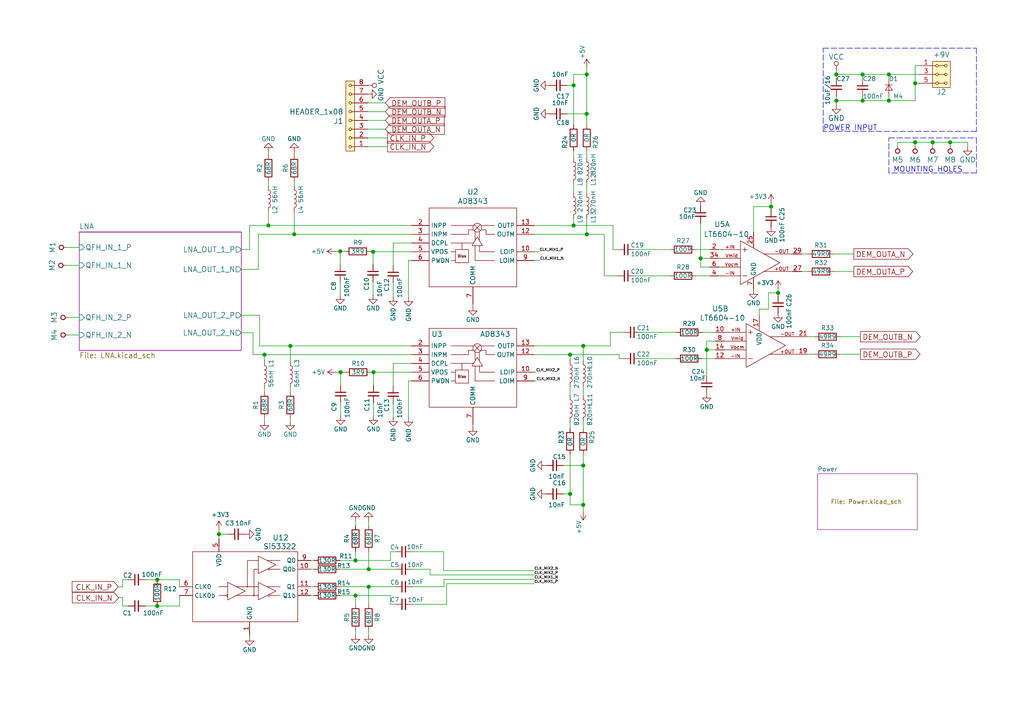
<source format=kicad_sch>
(kicad_sch (version 20210621) (generator eeschema)
  (paper "A4")
  (title_block (title "QFHMIX01D") (date "2021-04-21") (comment 2 "Frontend for QFH active antenna"))
  (junction (at 45.593 168.148) (diameter 1.016))
  (junction (at 45.593 175.768) (diameter 1.016))
  (junction (at 63.5 154.94) (diameter 1.016))
  (junction (at 76.708 102.87) (diameter 1.016))
  (junction (at 77.851 65.405) (diameter 1.016))
  (junction (at 84.201 100.33) (diameter 1.016))
  (junction (at 85.344 67.945) (diameter 1.016))
  (junction (at 98.679 72.898) (diameter 1.016))
  (junction (at 98.806 107.95) (diameter 1.016))
  (junction (at 103.124 162.56) (diameter 1.016))
  (junction (at 103.124 172.72) (diameter 1.016))
  (junction (at 106.934 165.1) (diameter 1.016))
  (junction (at 106.934 170.18) (diameter 1.016))
  (junction (at 108.204 73.025) (diameter 1.016))
  (junction (at 108.331 107.95) (diameter 1.016))
  (junction (at 165.354 102.87) (diameter 1.016))
  (junction (at 165.354 143.256) (diameter 1.016))
  (junction (at 166.37 24.765) (diameter 1.016))
  (junction (at 166.37 65.405) (diameter 1.016))
  (junction (at 169.164 100.33) (diameter 1.016))
  (junction (at 169.164 135.001) (diameter 1.016))
  (junction (at 169.164 146.431) (diameter 1.016))
  (junction (at 170.18 21.59) (diameter 1.016))
  (junction (at 170.18 33.02) (diameter 1.016))
  (junction (at 170.18 67.945) (diameter 1.016))
  (junction (at 203.2 74.93) (diameter 1.016))
  (junction (at 204.978 101.473) (diameter 1.016))
  (junction (at 223.647 59.944) (diameter 1.016))
  (junction (at 225.679 84.963) (diameter 1.016))
  (junction (at 242.57 21.59) (diameter 1.016))
  (junction (at 242.57 29.21) (diameter 1.016))
  (junction (at 250.19 21.59) (diameter 1.016))
  (junction (at 250.19 29.21) (diameter 1.016))
  (junction (at 257.81 21.59) (diameter 1.016))
  (junction (at 257.81 29.21) (diameter 1.016))
  (junction (at 265.43 24.13) (diameter 1.016))
  (junction (at 265.43 41.275) (diameter 1.016))
  (junction (at 270.51 41.275) (diameter 1.016))
  (junction (at 275.59 41.275) (diameter 1.016))
  (wire (pts (xy 18.923 76.962) (xy 22.987 76.962)))
  (wire (pts (xy 19.05 71.755) (xy 22.987 71.755)))
  (wire (pts (xy 19.558 92.075) (xy 22.987 92.075)))
  (wire (pts (xy 19.558 97.155) (xy 22.987 97.155)))
  (wire (pts (xy 34.29 170.18) (xy 35.56 170.18)))
  (wire (pts (xy 34.417 173.355) (xy 35.56 173.355)))
  (wire (pts (xy 35.56 168.148) (xy 35.56 170.18)))
  (wire (pts (xy 35.56 168.148) (xy 37.084 168.148)))
  (wire (pts (xy 35.56 173.355) (xy 35.56 175.768)))
  (wire (pts (xy 35.56 175.768) (xy 37.084 175.768)))
  (wire (pts (xy 42.164 168.148) (xy 45.593 168.148)))
  (wire (pts (xy 42.164 175.768) (xy 45.593 175.768)))
  (wire (pts (xy 45.593 168.148) (xy 52.07 168.148)))
  (wire (pts (xy 45.593 175.768) (xy 52.07 175.768)))
  (wire (pts (xy 52.07 168.148) (xy 52.07 170.18)))
  (wire (pts (xy 52.07 175.768) (xy 52.07 172.72)))
  (wire (pts (xy 63.5 153.67) (xy 63.5 154.94)))
  (wire (pts (xy 63.5 154.94) (xy 63.5 156.21)))
  (wire (pts (xy 66.04 154.94) (xy 63.5 154.94)))
  (wire (pts (xy 72.39 65.405) (xy 72.39 72.39)))
  (wire (pts (xy 72.39 72.39) (xy 69.977 72.39)))
  (wire (pts (xy 72.39 184.15) (xy 72.39 184.658)))
  (wire (pts (xy 73.406 96.52) (xy 69.977 96.52)))
  (wire (pts (xy 73.406 102.87) (xy 73.406 96.52)))
  (wire (pts (xy 74.93 67.945) (xy 74.93 78.105)))
  (wire (pts (xy 74.93 78.105) (xy 69.977 78.105)))
  (wire (pts (xy 75.311 91.44) (xy 69.977 91.44)))
  (wire (pts (xy 75.311 100.33) (xy 75.311 91.44)))
  (wire (pts (xy 76.708 102.87) (xy 73.406 102.87)))
  (wire (pts (xy 76.708 102.87) (xy 76.708 104.775)))
  (wire (pts (xy 76.708 102.87) (xy 119.38 102.87)))
  (wire (pts (xy 76.708 113.665) (xy 76.708 112.395)))
  (wire (pts (xy 76.708 122.174) (xy 76.708 121.285)))
  (wire (pts (xy 77.851 44.069) (xy 77.851 44.958)))
  (wire (pts (xy 77.851 52.578) (xy 77.851 53.848)))
  (wire (pts (xy 77.851 61.468) (xy 77.851 65.405)))
  (wire (pts (xy 77.851 65.405) (xy 72.39 65.405)))
  (wire (pts (xy 84.201 100.33) (xy 75.311 100.33)))
  (wire (pts (xy 84.201 100.33) (xy 84.201 104.775)))
  (wire (pts (xy 84.201 113.665) (xy 84.201 112.395)))
  (wire (pts (xy 84.201 122.174) (xy 84.201 121.285)))
  (wire (pts (xy 85.344 44.069) (xy 85.344 44.958)))
  (wire (pts (xy 85.344 52.578) (xy 85.344 53.848)))
  (wire (pts (xy 85.344 61.468) (xy 85.344 67.945)))
  (wire (pts (xy 85.344 67.945) (xy 74.93 67.945)))
  (wire (pts (xy 90.17 162.56) (xy 91.059 162.56)))
  (wire (pts (xy 90.17 165.1) (xy 91.059 165.1)))
  (wire (pts (xy 90.17 170.18) (xy 91.059 170.18)))
  (wire (pts (xy 90.17 172.72) (xy 91.059 172.72)))
  (wire (pts (xy 97.409 72.898) (xy 98.679 72.898)))
  (wire (pts (xy 97.536 107.95) (xy 98.806 107.95)))
  (wire (pts (xy 98.679 72.898) (xy 98.679 76.708)))
  (wire (pts (xy 98.679 72.898) (xy 99.949 72.898)))
  (wire (pts (xy 98.679 81.788) (xy 98.679 85.598)))
  (wire (pts (xy 98.679 162.56) (xy 103.124 162.56)))
  (wire (pts (xy 98.679 165.1) (xy 106.934 165.1)))
  (wire (pts (xy 98.679 170.18) (xy 106.934 170.18)))
  (wire (pts (xy 98.679 172.72) (xy 103.124 172.72)))
  (wire (pts (xy 98.806 107.95) (xy 98.806 111.76)))
  (wire (pts (xy 98.806 107.95) (xy 100.076 107.95)))
  (wire (pts (xy 98.806 116.84) (xy 98.806 120.65)))
  (wire (pts (xy 103.124 152.4) (xy 103.124 151.13)))
  (wire (pts (xy 103.124 162.56) (xy 103.124 160.02)))
  (wire (pts (xy 103.124 162.56) (xy 113.284 162.56)))
  (wire (pts (xy 103.124 172.72) (xy 103.124 175.26)))
  (wire (pts (xy 103.124 172.72) (xy 113.284 172.72)))
  (wire (pts (xy 103.124 182.88) (xy 103.124 184.15)))
  (wire (pts (xy 106.68 29.845) (xy 111.76 29.845)))
  (wire (pts (xy 106.68 32.385) (xy 111.76 32.385)))
  (wire (pts (xy 106.68 34.925) (xy 111.76 34.925)))
  (wire (pts (xy 106.68 37.465) (xy 111.76 37.465)))
  (wire (pts (xy 106.68 40.005) (xy 112.395 40.005)))
  (wire (pts (xy 106.68 42.545) (xy 112.395 42.545)))
  (wire (pts (xy 106.934 152.4) (xy 106.934 151.13)))
  (wire (pts (xy 106.934 165.1) (xy 106.934 160.02)))
  (wire (pts (xy 106.934 165.1) (xy 114.554 165.1)))
  (wire (pts (xy 106.934 170.18) (xy 106.934 175.26)))
  (wire (pts (xy 106.934 170.18) (xy 114.554 170.18)))
  (wire (pts (xy 106.934 182.88) (xy 106.934 184.15)))
  (wire (pts (xy 107.569 72.898) (xy 108.204 72.898)))
  (wire (pts (xy 107.696 107.95) (xy 108.331 107.95)))
  (wire (pts (xy 108.204 73.025) (xy 108.204 72.898)))
  (wire (pts (xy 108.204 73.025) (xy 108.204 76.708)))
  (wire (pts (xy 108.204 81.788) (xy 108.204 85.598)))
  (wire (pts (xy 108.331 107.95) (xy 108.331 111.76)))
  (wire (pts (xy 108.331 107.95) (xy 119.38 107.95)))
  (wire (pts (xy 108.331 116.84) (xy 108.331 120.65)))
  (wire (pts (xy 113.284 160.02) (xy 114.554 160.02)))
  (wire (pts (xy 113.284 162.56) (xy 113.284 160.02)))
  (wire (pts (xy 113.284 172.72) (xy 113.284 175.26)))
  (wire (pts (xy 113.284 175.26) (xy 114.554 175.26)))
  (wire (pts (xy 114.046 70.485) (xy 114.046 76.962)))
  (wire (pts (xy 114.046 82.042) (xy 114.046 86.106)))
  (wire (pts (xy 114.046 105.41) (xy 114.046 111.887)))
  (wire (pts (xy 114.046 116.967) (xy 114.046 121.031)))
  (wire (pts (xy 118.491 75.565) (xy 119.38 75.565)))
  (wire (pts (xy 118.491 86.233) (xy 118.491 75.565)))
  (wire (pts (xy 118.491 110.49) (xy 119.38 110.49)))
  (wire (pts (xy 118.491 121.158) (xy 118.491 110.49)))
  (wire (pts (xy 119.38 65.405) (xy 77.851 65.405)))
  (wire (pts (xy 119.38 67.945) (xy 85.344 67.945)))
  (wire (pts (xy 119.38 70.485) (xy 114.046 70.485)))
  (wire (pts (xy 119.38 73.025) (xy 108.204 73.025)))
  (wire (pts (xy 119.38 100.33) (xy 84.201 100.33)))
  (wire (pts (xy 119.38 105.41) (xy 114.046 105.41)))
  (wire (pts (xy 119.634 160.02) (xy 128.651 160.02)))
  (wire (pts (xy 119.634 165.1) (xy 124.714 165.1)))
  (wire (pts (xy 119.634 170.18) (xy 128.778 170.18)))
  (wire (pts (xy 119.634 175.26) (xy 129.54 175.26)))
  (wire (pts (xy 124.714 166.751) (xy 124.714 165.1)))
  (wire (pts (xy 124.714 166.751) (xy 154.94 166.751)))
  (wire (pts (xy 128.651 165.481) (xy 128.651 160.02)))
  (wire (pts (xy 128.651 165.481) (xy 154.94 165.481)))
  (wire (pts (xy 128.778 168.021) (xy 154.94 168.021)))
  (wire (pts (xy 128.778 170.18) (xy 128.778 168.021)))
  (wire (pts (xy 129.54 169.291) (xy 154.94 169.291)))
  (wire (pts (xy 129.54 175.26) (xy 129.54 169.291)))
  (wire (pts (xy 137.16 88.265) (xy 137.16 88.9)))
  (wire (pts (xy 137.16 123.19) (xy 137.16 123.825)))
  (wire (pts (xy 154.94 65.405) (xy 166.37 65.405)))
  (wire (pts (xy 154.94 67.945) (xy 170.18 67.945)))
  (wire (pts (xy 154.94 73.025) (xy 156.464 73.025)))
  (wire (pts (xy 154.94 75.565) (xy 156.591 75.565)))
  (wire (pts (xy 154.94 100.33) (xy 169.164 100.33)))
  (wire (pts (xy 154.94 102.87) (xy 165.354 102.87)))
  (wire (pts (xy 154.94 107.95) (xy 155.448 107.95)))
  (wire (pts (xy 154.94 110.49) (xy 155.575 110.49)))
  (wire (pts (xy 163.449 135.001) (xy 169.164 135.001)))
  (wire (pts (xy 163.449 143.256) (xy 165.354 143.256)))
  (wire (pts (xy 164.465 24.765) (xy 166.37 24.765)))
  (wire (pts (xy 164.465 33.02) (xy 170.18 33.02)))
  (wire (pts (xy 165.354 102.87) (xy 165.354 104.521)))
  (wire (pts (xy 165.354 102.87) (xy 179.578 102.87)))
  (wire (pts (xy 165.354 114.681) (xy 165.354 112.141)))
  (wire (pts (xy 165.354 124.206) (xy 165.354 122.301)))
  (wire (pts (xy 165.354 143.256) (xy 165.354 131.826)))
  (wire (pts (xy 165.354 146.431) (xy 165.354 143.256)))
  (wire (pts (xy 165.354 146.431) (xy 169.164 146.431)))
  (wire (pts (xy 166.37 21.59) (xy 166.37 24.765)))
  (wire (pts (xy 166.37 21.59) (xy 170.18 21.59)))
  (wire (pts (xy 166.37 24.765) (xy 166.37 36.195)))
  (wire (pts (xy 166.37 43.815) (xy 166.37 45.72)))
  (wire (pts (xy 166.37 53.34) (xy 166.37 55.88)))
  (wire (pts (xy 166.37 63.5) (xy 166.37 65.405)))
  (wire (pts (xy 166.37 65.405) (xy 177.8 65.405)))
  (wire (pts (xy 169.164 100.33) (xy 169.164 104.521)))
  (wire (pts (xy 169.164 100.33) (xy 177.038 100.33)))
  (wire (pts (xy 169.164 114.681) (xy 169.164 112.141)))
  (wire (pts (xy 169.164 124.206) (xy 169.164 122.301)))
  (wire (pts (xy 169.164 135.001) (xy 169.164 131.826)))
  (wire (pts (xy 169.164 146.431) (xy 169.164 135.001)))
  (wire (pts (xy 169.164 148.336) (xy 169.164 146.431)))
  (wire (pts (xy 170.18 19.685) (xy 170.18 21.59)))
  (wire (pts (xy 170.18 21.59) (xy 170.18 33.02)))
  (wire (pts (xy 170.18 33.02) (xy 170.18 36.195)))
  (wire (pts (xy 170.18 43.815) (xy 170.18 45.72)))
  (wire (pts (xy 170.18 53.34) (xy 170.18 55.88)))
  (wire (pts (xy 170.18 63.5) (xy 170.18 67.945)))
  (wire (pts (xy 170.18 67.945) (xy 175.26 67.945)))
  (wire (pts (xy 175.26 67.945) (xy 175.26 80.01)))
  (wire (pts (xy 175.26 80.01) (xy 179.07 80.01)))
  (wire (pts (xy 177.038 100.33) (xy 177.038 96.393)))
  (wire (pts (xy 177.8 65.405) (xy 177.8 72.39)))
  (wire (pts (xy 177.8 72.39) (xy 179.07 72.39)))
  (wire (pts (xy 179.578 102.87) (xy 179.578 104.013)))
  (wire (pts (xy 180.848 96.393) (xy 177.038 96.393)))
  (wire (pts (xy 180.848 104.013) (xy 179.578 104.013)))
  (wire (pts (xy 184.15 72.39) (xy 194.31 72.39)))
  (wire (pts (xy 184.15 80.01) (xy 194.31 80.01)))
  (wire (pts (xy 185.928 96.393) (xy 196.088 96.393)))
  (wire (pts (xy 196.088 104.013) (xy 185.928 104.013)))
  (wire (pts (xy 201.93 72.39) (xy 205.867 72.39)))
  (wire (pts (xy 201.93 80.01) (xy 205.867 80.01)))
  (wire (pts (xy 203.2 64.77) (xy 203.2 74.93)))
  (wire (pts (xy 203.2 74.93) (xy 205.867 74.93)))
  (wire (pts (xy 203.2 77.47) (xy 203.2 74.93)))
  (wire (pts (xy 203.2 77.47) (xy 205.867 77.47)))
  (wire (pts (xy 203.708 96.393) (xy 207.518 96.393)))
  (wire (pts (xy 203.708 104.013) (xy 207.518 104.013)))
  (wire (pts (xy 204.978 98.933) (xy 204.978 101.473)))
  (wire (pts (xy 204.978 101.473) (xy 207.518 101.473)))
  (wire (pts (xy 204.978 109.093) (xy 204.978 101.473)))
  (wire (pts (xy 207.518 98.933) (xy 204.978 98.933)))
  (wire (pts (xy 218.567 59.944) (xy 223.647 59.944)))
  (wire (pts (xy 218.567 67.31) (xy 218.567 59.944)))
  (wire (pts (xy 218.567 83.82) (xy 218.567 84.074)))
  (wire (pts (xy 220.218 89.662) (xy 222.885 89.662)))
  (wire (pts (xy 220.218 91.313) (xy 220.218 89.662)))
  (wire (pts (xy 222.885 84.963) (xy 225.679 84.963)))
  (wire (pts (xy 222.885 89.662) (xy 222.885 84.963)))
  (wire (pts (xy 223.647 59.944) (xy 223.647 58.928)))
  (wire (pts (xy 223.647 60.833) (xy 223.647 59.944)))
  (wire (pts (xy 225.679 84.963) (xy 225.679 83.947)))
  (wire (pts (xy 225.679 85.852) (xy 225.679 84.963)))
  (wire (pts (xy 232.537 73.66) (xy 234.315 73.66)))
  (wire (pts (xy 232.537 78.74) (xy 234.315 78.74)))
  (wire (pts (xy 234.188 97.663) (xy 236.22 97.663)))
  (wire (pts (xy 234.188 102.743) (xy 236.22 102.743)))
  (wire (pts (xy 241.935 73.66) (xy 247.65 73.66)))
  (wire (pts (xy 241.935 78.74) (xy 247.65 78.74)))
  (wire (pts (xy 242.57 20.32) (xy 242.57 21.59)))
  (wire (pts (xy 242.57 21.59) (xy 242.57 22.86)))
  (wire (pts (xy 242.57 27.94) (xy 242.57 29.21)))
  (wire (pts (xy 242.57 29.21) (xy 242.57 30.48)))
  (wire (pts (xy 243.84 97.663) (xy 249.555 97.663)))
  (wire (pts (xy 243.84 102.743) (xy 249.555 102.743)))
  (wire (pts (xy 250.19 21.59) (xy 242.57 21.59)))
  (wire (pts (xy 250.19 22.86) (xy 250.19 21.59)))
  (wire (pts (xy 250.19 27.94) (xy 250.19 29.21)))
  (wire (pts (xy 250.19 29.21) (xy 242.57 29.21)))
  (wire (pts (xy 257.81 21.59) (xy 250.19 21.59)))
  (wire (pts (xy 257.81 22.86) (xy 257.81 21.59)))
  (wire (pts (xy 257.81 27.94) (xy 257.81 29.21)))
  (wire (pts (xy 257.81 29.21) (xy 250.19 29.21)))
  (wire (pts (xy 260.35 41.275) (xy 260.35 42.545)))
  (wire (pts (xy 265.43 19.05) (xy 265.43 24.13)))
  (wire (pts (xy 265.43 24.13) (xy 265.43 29.21)))
  (wire (pts (xy 265.43 29.21) (xy 257.81 29.21)))
  (wire (pts (xy 265.43 41.275) (xy 260.35 41.275)))
  (wire (pts (xy 265.43 42.545) (xy 265.43 41.275)))
  (wire (pts (xy 266.7 19.05) (xy 265.43 19.05)))
  (wire (pts (xy 266.7 21.59) (xy 257.81 21.59)))
  (wire (pts (xy 266.7 24.13) (xy 265.43 24.13)))
  (wire (pts (xy 270.51 41.275) (xy 265.43 41.275)))
  (wire (pts (xy 270.51 42.545) (xy 270.51 41.275)))
  (wire (pts (xy 275.59 41.275) (xy 270.51 41.275)))
  (wire (pts (xy 275.59 42.545) (xy 275.59 41.275)))
  (wire (pts (xy 280.67 41.275) (xy 275.59 41.275)))
  (wire (pts (xy 280.67 42.545) (xy 280.67 41.275)))
  (polyline (pts (xy 238.76 13.97) (xy 283.21 13.97)) (stroke (width 0) (type dash)))
  (polyline (pts (xy 238.76 38.1) (xy 238.76 13.97)) (stroke (width 0) (type dash)))
  (polyline (pts (xy 257.81 40.005) (xy 283.21 40.005)) (stroke (width 0) (type dash)))
  (polyline (pts (xy 257.81 50.165) (xy 257.81 40.005)) (stroke (width 0) (type dash)))
  (polyline (pts (xy 283.21 13.97) (xy 283.21 38.1)) (stroke (width 0) (type dash)))
  (polyline (pts (xy 283.21 38.1) (xy 238.76 38.1)) (stroke (width 0) (type dash)))
  (polyline (pts (xy 283.21 40.005) (xy 283.21 50.165)) (stroke (width 0) (type dash)))
  (polyline (pts (xy 283.21 50.165) (xy 257.81 50.165)) (stroke (width 0) (type dash)))
  (text "POWER INPUT" (at 238.76 38.1 0) (effects (font (size 1.524 1.524)) (justify left bottom)))
  (text "MOUNTING HOLES" (at 259.08 50.165 0) (effects (font (size 1.524 1.524)) (justify left bottom)))
  (label "CLK_MIX2_N" (at 154.94 165.481 0) (effects (font (size 0.762 0.762))))
  (label "CLK_MIX2_P" (at 154.94 166.751 0) (effects (font (size 0.762 0.762))))
  (label "CLK_MIX1_N" (at 154.94 168.021 0) (effects (font (size 0.762 0.762))))
  (label "CLK_MIX1_P" (at 154.94 169.291 0) (effects (font (size 0.762 0.762))))
  (label "CLK_MIX2_P" (at 155.448 107.95 0) (effects (font (size 0.762 0.762))))
  (label "CLK_MIX2_N" (at 155.575 110.49 0) (effects (font (size 0.762 0.762))))
  (label "CLK_MIX1_P" (at 156.464 73.025 0) (effects (font (size 0.762 0.762))))
  (label "CLK_MIX1_N" (at 156.591 75.565 0) (effects (font (size 0.762 0.762))))
  (global_label "CLK_IN_P" (shape input) (at 34.29 170.18 180) (effects (font (size 1.524 1.524))) (property "Intersheet References" "${INTERSHEET_REFS}" (effects hide)))
  (global_label "CLK_IN_N" (shape input) (at 34.417 173.355 180) (effects (font (size 1.524 1.524))) (property "Intersheet References" "${INTERSHEET_REFS}" (effects hide)))
  (global_label "DEM_OUTB_P" (shape input) (at 111.76 29.845 0) (effects (font (size 1.524 1.524))) (property "Intersheet References" "${INTERSHEET_REFS}" (effects hide)))
  (global_label "DEM_OUTB_N" (shape input) (at 111.76 32.385 0) (effects (font (size 1.524 1.524))) (property "Intersheet References" "${INTERSHEET_REFS}" (effects hide)))
  (global_label "DEM_OUTA_P" (shape input) (at 111.76 34.925 0) (effects (font (size 1.524 1.524))) (property "Intersheet References" "${INTERSHEET_REFS}" (effects hide)))
  (global_label "DEM_OUTA_N" (shape input) (at 111.76 37.465 0) (effects (font (size 1.524 1.524))) (property "Intersheet References" "${INTERSHEET_REFS}" (effects hide)))
  (global_label "CLK_IN_P" (shape output) (at 112.395 40.005 0) (effects (font (size 1.524 1.524))) (property "Intersheet References" "${INTERSHEET_REFS}" (effects hide)))
  (global_label "CLK_IN_N" (shape output) (at 112.395 42.545 0) (effects (font (size 1.524 1.524))) (property "Intersheet References" "${INTERSHEET_REFS}" (effects hide)))
  (global_label "DEM_OUTA_N" (shape output) (at 247.65 73.66 0) (effects (font (size 1.524 1.524))) (property "Intersheet References" "${INTERSHEET_REFS}" (effects hide)))
  (global_label "DEM_OUTA_P" (shape output) (at 247.65 78.74 0) (effects (font (size 1.524 1.524))) (property "Intersheet References" "${INTERSHEET_REFS}" (effects hide)))
  (global_label "DEM_OUTB_N" (shape output) (at 249.555 97.663 0) (effects (font (size 1.524 1.524))) (property "Intersheet References" "${INTERSHEET_REFS}" (effects hide)))
  (global_label "DEM_OUTB_P" (shape output) (at 249.555 102.743 0) (effects (font (size 1.524 1.524))) (property "Intersheet References" "${INTERSHEET_REFS}" (effects hide)))
  (symbol (lib_id "QFHMIX01C-rescue:HOLE-MLAB_MECHANICAL") (at 17.653 76.962 0) (unit 1)
    (property "Reference" "M2" (at 15.113 76.962 90) (effects (font (size 1.524 1.524))))
    (property "Value" "HOLE" (effects hide))
    (property "Footprint" "Mlab_Mechanical:MountingHole_3mm" (effects hide))
  )
  (symbol (lib_id "QFHMIX01C-rescue:HOLE-MLAB_MECHANICAL") (at 17.78 71.755 0) (unit 1)
    (property "Reference" "M1" (at 15.24 71.755 90) (effects (font (size 1.524 1.524))))
    (property "Value" "HOLE" (effects hide))
    (property "Footprint" "Mlab_Mechanical:MountingHole_3mm" (effects hide))
  )
  (symbol (lib_id "QFHMIX01C-rescue:HOLE-MLAB_MECHANICAL") (at 18.288 92.075 0) (unit 1)
    (property "Reference" "M3" (at 15.748 92.075 90) (effects (font (size 1.524 1.524))))
    (property "Value" "HOLE" (effects hide))
    (property "Footprint" "Mlab_Mechanical:MountingHole_3mm" (effects hide))
  )
  (symbol (lib_id "QFHMIX01C-rescue:HOLE-MLAB_MECHANICAL") (at 18.288 97.155 0) (unit 1)
    (property "Reference" "M4" (at 15.748 97.155 90) (effects (font (size 1.524 1.524))))
    (property "Value" "HOLE" (effects hide))
    (property "Footprint" "Mlab_Mechanical:MountingHole_3mm" (effects hide))
  )
  (symbol (lib_id "QFHMIX01C-rescue:HOLE-MLAB_MECHANICAL") (at 260.35 43.815 90) (unit 1)
    (property "Reference" "M5" (at 260.35 46.355 90) (effects (font (size 1.524 1.524))))
    (property "Value" "HOLE" (effects hide))
    (property "Footprint" "Mlab_Mechanical:MountingHole_3mm" (effects hide))
  )
  (symbol (lib_id "QFHMIX01C-rescue:HOLE-MLAB_MECHANICAL") (at 265.43 43.815 90) (unit 1)
    (property "Reference" "M6" (at 265.43 46.355 90) (effects (font (size 1.524 1.524))))
    (property "Value" "HOLE" (effects hide))
    (property "Footprint" "Mlab_Mechanical:MountingHole_3mm" (effects hide))
  )
  (symbol (lib_id "QFHMIX01C-rescue:HOLE-MLAB_MECHANICAL") (at 270.51 43.815 90) (unit 1)
    (property "Reference" "M7" (at 270.51 46.355 90) (effects (font (size 1.524 1.524))))
    (property "Value" "HOLE" (effects hide))
    (property "Footprint" "Mlab_Mechanical:MountingHole_3mm" (effects hide))
  )
  (symbol (lib_id "QFHMIX01C-rescue:HOLE-MLAB_MECHANICAL") (at 275.59 43.815 90) (unit 1)
    (property "Reference" "M8" (at 275.59 46.355 90) (effects (font (size 1.524 1.524))))
    (property "Value" "HOLE" (effects hide))
    (property "Footprint" "Mlab_Mechanical:MountingHole_3mm" (effects hide))
  )
  (symbol (lib_id "QFHMIX01C-rescue:VCC-power-QFHMIX01B-rescue") (at 106.68 24.765 270) (unit 1)
    (property "Reference" "#PWR016" (effects hide))
    (property "Value" "VCC" (at 110.49 22.225 0) (effects (font (size 1.524 1.524))))
  )
  (symbol (lib_id "QFHMIX01C-rescue:VCC-power-QFHMIX01B-rescue") (at 242.57 20.32 0) (unit 1)
    (property "Reference" "#PWR045" (effects hide))
    (property "Value" "VCC" (at 242.57 16.51 0) (effects (font (size 1.524 1.524))))
  )
  (symbol (lib_id "QFHMIX01C-rescue:+3V3-power-QFHMIX01B-rescue") (at 63.5 153.67 0) (unit 1)
    (property "Reference" "#PWR01" (effects hide))
    (property "Value" "+3V3" (at 63.881 149.2758 0))
  )
  (symbol (lib_id "QFHMIX01C-rescue:+5V-power-QFHMIX01B-rescue") (at 97.409 72.898 90) (unit 1)
    (property "Reference" "#PWR012" (effects hide))
    (property "Value" "+5V" (at 94.234 72.898 90) (effects (justify left)))
  )
  (symbol (lib_id "QFHMIX01C-rescue:+5V-power-QFHMIX01B-rescue") (at 97.536 107.95 90) (unit 1)
    (property "Reference" "#PWR013" (effects hide))
    (property "Value" "+5V" (at 94.361 107.95 90) (effects (justify left)))
  )
  (symbol (lib_id "QFHMIX01C-rescue:+5V-power-QFHMIX01B-rescue") (at 169.164 148.336 0) (mirror x) (unit 1)
    (property "Reference" "#PWR036" (effects hide))
    (property "Value" "+5V" (at 167.894 150.876 90) (effects (justify left)))
  )
  (symbol (lib_id "QFHMIX01C-rescue:+5V-power-QFHMIX01B-rescue") (at 170.18 19.685 0) (unit 1)
    (property "Reference" "#PWR037" (effects hide))
    (property "Value" "+5V" (at 168.91 17.145 90) (effects (justify left)))
  )
  (symbol (lib_id "QFHMIX01C-rescue:+3V3-power-QFHMIX01B-rescue") (at 223.647 58.928 0) (unit 1)
    (property "Reference" "#PWR041" (effects hide))
    (property "Value" "+3V3" (at 219.837 57.023 0))
  )
  (symbol (lib_id "QFHMIX01C-rescue:+3V3-power-QFHMIX01B-rescue") (at 225.679 83.947 0) (unit 1)
    (property "Reference" "#PWR043" (effects hide))
    (property "Value" "+3V3" (at 221.869 82.042 0))
  )
  (symbol (lib_id "QFHMIX01C-rescue:GND-power-QFHMIX01B-rescue") (at 71.12 154.94 90) (unit 1)
    (property "Reference" "#PWR03" (effects hide))
    (property "Value" "GND" (at 74.93 154.94 0))
  )
  (symbol (lib_id "QFHMIX01C-rescue:GND-power-QFHMIX01B-rescue") (at 72.39 184.658 0) (unit 1)
    (property "Reference" "#PWR0101" (effects hide))
    (property "Value" "GND" (at 72.39 188.468 0))
  )
  (symbol (lib_id "QFHMIX01C-rescue:GND-power-QFHMIX01B-rescue") (at 76.708 122.174 0) (mirror y) (unit 1)
    (property "Reference" "#PWR04" (effects hide))
    (property "Value" "GND" (at 76.708 125.984 0))
  )
  (symbol (lib_id "QFHMIX01C-rescue:GND-power-QFHMIX01B-rescue") (at 77.851 44.069 180) (unit 1)
    (property "Reference" "#PWR05" (effects hide))
    (property "Value" "GND" (at 77.851 40.259 0))
  )
  (symbol (lib_id "QFHMIX01C-rescue:GND-power-QFHMIX01B-rescue") (at 84.201 122.174 0) (mirror y) (unit 1)
    (property "Reference" "#PWR06" (effects hide))
    (property "Value" "GND" (at 84.201 125.984 0))
  )
  (symbol (lib_id "QFHMIX01C-rescue:GND-power-QFHMIX01B-rescue") (at 85.344 44.069 180) (unit 1)
    (property "Reference" "#PWR09" (effects hide))
    (property "Value" "GND" (at 85.344 40.259 0))
  )
  (symbol (lib_id "QFHMIX01C-rescue:GND-power-QFHMIX01B-rescue") (at 98.679 85.598 0) (unit 1)
    (property "Reference" "#PWR014" (effects hide))
    (property "Value" "GND" (at 98.679 89.408 0))
  )
  (symbol (lib_id "QFHMIX01C-rescue:GND-power-QFHMIX01B-rescue") (at 98.806 120.65 0) (unit 1)
    (property "Reference" "#PWR015" (effects hide))
    (property "Value" "GND" (at 98.806 124.46 0))
  )
  (symbol (lib_id "QFHMIX01C-rescue:GND-power-QFHMIX01B-rescue") (at 103.124 151.13 180) (unit 1)
    (property "Reference" "#PWR07" (effects hide))
    (property "Value" "GND" (at 103.124 147.32 0))
  )
  (symbol (lib_id "QFHMIX01C-rescue:GND-power-QFHMIX01B-rescue") (at 103.124 184.15 0) (unit 1)
    (property "Reference" "#PWR08" (effects hide))
    (property "Value" "GND" (at 103.124 187.96 0))
  )
  (symbol (lib_id "QFHMIX01C-rescue:GND-power-QFHMIX01B-rescue") (at 106.68 27.305 90) (unit 1)
    (property "Reference" "#PWR017" (effects hide))
    (property "Value" "GND" (at 110.49 27.305 0))
  )
  (symbol (lib_id "QFHMIX01C-rescue:GND-power-QFHMIX01B-rescue") (at 106.934 151.13 180) (unit 1)
    (property "Reference" "#PWR010" (effects hide))
    (property "Value" "GND" (at 106.934 147.32 0))
  )
  (symbol (lib_id "QFHMIX01C-rescue:GND-power-QFHMIX01B-rescue") (at 106.934 184.15 0) (unit 1)
    (property "Reference" "#PWR011" (effects hide))
    (property "Value" "GND" (at 106.934 187.96 0))
  )
  (symbol (lib_id "QFHMIX01C-rescue:GND-power-QFHMIX01B-rescue") (at 108.204 85.598 0) (unit 1)
    (property "Reference" "#PWR018" (effects hide))
    (property "Value" "GND" (at 108.204 89.408 0))
  )
  (symbol (lib_id "QFHMIX01C-rescue:GND-power-QFHMIX01B-rescue") (at 108.331 120.65 0) (unit 1)
    (property "Reference" "#PWR019" (effects hide))
    (property "Value" "GND" (at 108.331 124.46 0))
  )
  (symbol (lib_id "QFHMIX01C-rescue:GND-power-QFHMIX01B-rescue") (at 114.046 86.106 0) (unit 1)
    (property "Reference" "#PWR020" (effects hide))
    (property "Value" "GND" (at 114.046 91.186 90))
  )
  (symbol (lib_id "QFHMIX01C-rescue:GND-power-QFHMIX01B-rescue") (at 114.046 121.031 0) (unit 1)
    (property "Reference" "#PWR021" (effects hide))
    (property "Value" "GND" (at 114.046 126.111 90))
  )
  (symbol (lib_id "QFHMIX01C-rescue:GND-power-QFHMIX01B-rescue") (at 118.491 86.233 0) (unit 1)
    (property "Reference" "#PWR022" (effects hide))
    (property "Value" "GND" (at 118.491 91.313 90))
  )
  (symbol (lib_id "QFHMIX01C-rescue:GND-power-QFHMIX01B-rescue") (at 118.491 121.158 0) (unit 1)
    (property "Reference" "#PWR023" (effects hide))
    (property "Value" "GND" (at 118.491 126.238 90))
  )
  (symbol (lib_id "QFHMIX01C-rescue:GND-power-QFHMIX01B-rescue") (at 137.16 88.9 0) (unit 1)
    (property "Reference" "#PWR027" (effects hide))
    (property "Value" "GND" (at 137.16 92.71 0))
  )
  (symbol (lib_id "QFHMIX01C-rescue:GND-power-QFHMIX01B-rescue") (at 137.16 123.825 0) (unit 1)
    (property "Reference" "#PWR028" (effects hide))
    (property "Value" "GND" (at 137.16 127.635 0))
  )
  (symbol (lib_id "QFHMIX01C-rescue:GND-power-QFHMIX01B-rescue") (at 158.369 135.001 270) (mirror x) (unit 1)
    (property "Reference" "#PWR032" (effects hide))
    (property "Value" "GND" (at 154.559 135.001 0))
  )
  (symbol (lib_id "QFHMIX01C-rescue:GND-power-QFHMIX01B-rescue") (at 158.369 143.256 270) (mirror x) (unit 1)
    (property "Reference" "#PWR033" (effects hide))
    (property "Value" "GND" (at 154.559 143.256 0))
  )
  (symbol (lib_id "QFHMIX01C-rescue:GND-power-QFHMIX01B-rescue") (at 159.385 24.765 270) (unit 1)
    (property "Reference" "#PWR034" (effects hide))
    (property "Value" "GND" (at 155.575 24.765 0))
  )
  (symbol (lib_id "QFHMIX01C-rescue:GND-power-QFHMIX01B-rescue") (at 159.385 33.02 270) (unit 1)
    (property "Reference" "#PWR035" (effects hide))
    (property "Value" "GND" (at 155.575 33.02 0))
  )
  (symbol (lib_id "QFHMIX01C-rescue:GND-power-QFHMIX01B-rescue") (at 203.2 59.69 180) (unit 1)
    (property "Reference" "#PWR038" (effects hide))
    (property "Value" "GND" (at 203.2 55.88 0))
  )
  (symbol (lib_id "QFHMIX01C-rescue:GND-power-QFHMIX01B-rescue") (at 204.978 114.173 0) (unit 1)
    (property "Reference" "#PWR039" (effects hide))
    (property "Value" "GND" (at 204.978 117.983 0))
  )
  (symbol (lib_id "QFHMIX01C-rescue:GND-power-QFHMIX01B-rescue") (at 218.567 84.074 0) (unit 1)
    (property "Reference" "#PWR040" (effects hide))
    (property "Value" "GND" (at 218.567 87.884 0))
  )
  (symbol (lib_id "QFHMIX01C-rescue:GND-power-QFHMIX01B-rescue") (at 223.647 65.913 0) (unit 1)
    (property "Reference" "#PWR042" (effects hide))
    (property "Value" "GND" (at 223.647 69.723 0))
  )
  (symbol (lib_id "QFHMIX01C-rescue:GND-power-QFHMIX01B-rescue") (at 225.679 90.932 0) (unit 1)
    (property "Reference" "#PWR044" (effects hide))
    (property "Value" "GND" (at 225.679 94.742 0))
  )
  (symbol (lib_id "QFHMIX01C-rescue:GND-power-QFHMIX01B-rescue") (at 242.57 30.48 0) (unit 1)
    (property "Reference" "#PWR046" (effects hide))
    (property "Value" "GND" (at 242.57 34.29 0) (effects (font (size 1.524 1.524))))
  )
  (symbol (lib_id "QFHMIX01C-rescue:GND-power-QFHMIX01B-rescue") (at 280.67 42.545 0) (unit 1)
    (property "Reference" "#PWR047" (effects hide))
    (property "Value" "GND" (at 280.67 46.355 0) (effects (font (size 1.524 1.524))))
  )
  (symbol (lib_id "Device:L") (at 76.708 108.585 0) (mirror x) (unit 1)
    (property "Reference" "L1" (at 78.613 104.14 90) (effects (justify left)))
    (property "Value" "56nH" (at 78.613 107.315 90) (effects (justify left)))
    (property "Footprint" "Inductor_SMD:L_0805_2012Metric" (effects hide))
    (property "UST_ID" "5c70984812875079b91f8ba4" (effects hide))
  )
  (symbol (lib_id "Device:L") (at 77.851 57.658 0) (unit 1)
    (property "Reference" "L2" (at 79.756 62.103 90) (effects (justify left)))
    (property "Value" "56nH" (at 79.756 58.928 90) (effects (justify left)))
    (property "Footprint" "Inductor_SMD:L_0805_2012Metric" (effects hide))
    (property "UST_ID" "5c70984812875079b91f8ba4" (effects hide))
  )
  (symbol (lib_id "Device:L") (at 84.201 108.585 0) (mirror x) (unit 1)
    (property "Reference" "L3" (at 86.106 104.14 90) (effects (justify left)))
    (property "Value" "56nH" (at 86.106 107.315 90) (effects (justify left)))
    (property "Footprint" "Inductor_SMD:L_0805_2012Metric" (effects hide))
    (property "UST_ID" "5c70984812875079b91f8ba4" (effects hide))
  )
  (symbol (lib_id "Device:L") (at 85.344 57.658 0) (unit 1)
    (property "Reference" "L4" (at 87.249 62.103 90) (effects (justify left)))
    (property "Value" "56nH" (at 87.249 58.928 90) (effects (justify left)))
    (property "Footprint" "Inductor_SMD:L_0805_2012Metric" (effects hide))
    (property "UST_ID" "5c70984812875079b91f8ba4" (effects hide))
  )
  (symbol (lib_id "QFHMIX01C-rescue:L-device-QFHMIX01B-rescue") (at 165.354 108.331 0) (mirror x) (unit 1)
    (property "Reference" "L6" (at 167.259 103.251 90) (effects (justify left)))
    (property "Value" "270nH" (at 167.259 106.426 90) (effects (justify left)))
    (property "Footprint" "Inductor_SMD:L_0805_2012Metric" (effects hide))
    (property "UST_ID" "5cd08d9d128750448e4542fe" (effects hide))
  )
  (symbol (lib_id "Device:L") (at 165.354 118.491 0) (mirror x) (unit 1)
    (property "Reference" "L7" (at 167.259 114.046 90) (effects (justify left)))
    (property "Value" "820nH" (at 167.259 117.221 90) (effects (justify left)))
    (property "Footprint" "Inductor_SMD:L_0805_2012Metric" (effects hide))
    (property "UST_ID" "5cd08f38128750448e45432f" (effects hide))
  )
  (symbol (lib_id "Device:L") (at 166.37 49.53 0) (unit 1)
    (property "Reference" "L8" (at 168.275 53.975 90) (effects (justify left)))
    (property "Value" "820nH" (at 168.275 50.8 90) (effects (justify left)))
    (property "Footprint" "Inductor_SMD:L_0805_2012Metric" (effects hide))
    (property "UST_ID" "5cd08f38128750448e45432f" (effects hide))
  )
  (symbol (lib_id "QFHMIX01C-rescue:L-device-QFHMIX01B-rescue") (at 166.37 59.69 0) (unit 1)
    (property "Reference" "L9" (at 168.275 64.77 90) (effects (justify left)))
    (property "Value" "270nH" (at 168.275 61.595 90) (effects (justify left)))
    (property "Footprint" "Inductor_SMD:L_0805_2012Metric" (effects hide))
    (property "UST_ID" "5cd08d9d128750448e4542fe" (effects hide))
  )
  (symbol (lib_id "QFHMIX01C-rescue:L-device-QFHMIX01B-rescue") (at 169.164 108.331 0) (mirror x) (unit 1)
    (property "Reference" "L10" (at 171.069 103.251 90) (effects (justify left)))
    (property "Value" "270nH" (at 171.069 106.426 90) (effects (justify left)))
    (property "Footprint" "Inductor_SMD:L_0805_2012Metric" (effects hide))
    (property "UST_ID" "5cd08d9d128750448e4542fe" (effects hide))
  )
  (symbol (lib_id "Device:L") (at 169.164 118.491 0) (mirror x) (unit 1)
    (property "Reference" "L11" (at 171.069 114.046 90) (effects (justify left)))
    (property "Value" "820nH" (at 171.069 117.221 90) (effects (justify left)))
    (property "Footprint" "Inductor_SMD:L_0805_2012Metric" (effects hide))
    (property "UST_ID" "5cd08f38128750448e45432f" (effects hide))
  )
  (symbol (lib_id "Device:L") (at 170.18 49.53 0) (unit 1)
    (property "Reference" "L12" (at 172.085 53.975 90) (effects (justify left)))
    (property "Value" "820nH" (at 172.085 50.8 90) (effects (justify left)))
    (property "Footprint" "Inductor_SMD:L_0805_2012Metric" (effects hide))
    (property "UST_ID" "5cd08f38128750448e45432f" (effects hide))
  )
  (symbol (lib_id "QFHMIX01C-rescue:L-device-QFHMIX01B-rescue") (at 170.18 59.69 0) (unit 1)
    (property "Reference" "L13" (at 172.085 64.77 90) (effects (justify left)))
    (property "Value" "270nH" (at 172.085 61.595 90) (effects (justify left)))
    (property "Footprint" "Inductor_SMD:L_0805_2012Metric" (effects hide))
    (property "UST_ID" "5cd08d9d128750448e4542fe" (effects hide))
  )
  (symbol (lib_id "QFHMIX01C-rescue:D_Small-device-QFHMIX01B-rescue") (at 257.81 25.4 90) (mirror x) (unit 1)
    (property "Reference" "D1" (at 257.81 22.86 90) (effects (justify right)))
    (property "Value" "M4" (at 259.08 27.94 90) (effects (justify right)))
    (property "Footprint" "Diode_SMD:D_SMA" (effects hide))
    (property "UST_ID" "5c70984512875079b91f88ac" (effects hide))
  )
  (symbol (lib_id "Device:R") (at 45.593 171.958 0) (unit 1)
    (property "Reference" "R12" (at 47.3711 170.8086 0) (effects (justify left)))
    (property "Value" "100R" (at 45.593 174.371 90) (effects (justify left)))
    (property "Footprint" "Resistor_SMD:R_0603_1608Metric" (effects hide))
    (property "UST_ID" "5c70984512875079b91f8956" (effects hide))
  )
  (symbol (lib_id "QFHMIX01C-rescue:R-device-QFHMIX01B-rescue") (at 76.708 117.475 0) (mirror y) (unit 1)
    (property "Reference" "R1" (at 74.168 117.475 90))
    (property "Value" "68R" (at 76.708 117.475 90))
    (property "Footprint" "Resistor_SMD:R_0603_1608Metric" (effects hide))
    (property "UST_ID" "60d3338b128750016518cad5" (effects hide))
  )
  (symbol (lib_id "QFHMIX01C-rescue:R-device-QFHMIX01B-rescue") (at 77.851 48.768 180) (unit 1)
    (property "Reference" "R2" (at 75.311 48.768 90))
    (property "Value" "68R" (at 77.851 48.768 90))
    (property "Footprint" "Resistor_SMD:R_0603_1608Metric" (effects hide))
    (property "UST_ID" "60d3338b128750016518cad5" (effects hide))
  )
  (symbol (lib_id "QFHMIX01C-rescue:R-device-QFHMIX01B-rescue") (at 84.201 117.475 0) (mirror y) (unit 1)
    (property "Reference" "R3" (at 81.661 117.475 90))
    (property "Value" "68R" (at 84.201 117.475 90))
    (property "Footprint" "Resistor_SMD:R_0603_1608Metric" (effects hide))
    (property "UST_ID" "60d3338b128750016518cad5" (effects hide))
  )
  (symbol (lib_id "QFHMIX01C-rescue:R-device-QFHMIX01B-rescue") (at 85.344 48.768 180) (unit 1)
    (property "Reference" "R6" (at 82.804 48.768 90))
    (property "Value" "68R" (at 85.344 48.768 90))
    (property "Footprint" "Resistor_SMD:R_0603_1608Metric" (effects hide))
    (property "UST_ID" "60d3338b128750016518cad5" (effects hide))
  )
  (symbol (lib_id "QFHMIX01C-rescue:R-device-QFHMIX01B-rescue") (at 94.869 162.56 270) (unit 1)
    (property "Reference" "R11" (at 100.33 161.29 90))
    (property "Value" "130R" (at 94.869 162.56 90))
    (property "Footprint" "Resistor_SMD:R_0603_1608Metric" (effects hide))
    (property "UST_ID" "5cd08b17128750448e4542b1" (effects hide))
  )
  (symbol (lib_id "QFHMIX01C-rescue:R-device-QFHMIX01B-rescue") (at 94.869 165.1 270) (unit 1)
    (property "Reference" "R13" (at 99.695 164.084 90))
    (property "Value" "130R" (at 94.869 165.1 90))
    (property "Footprint" "Resistor_SMD:R_0603_1608Metric" (effects hide))
    (property "UST_ID" "5cd08b17128750448e4542b1" (effects hide))
  )
  (symbol (lib_id "QFHMIX01C-rescue:R-device-QFHMIX01B-rescue") (at 94.869 170.18 270) (unit 1)
    (property "Reference" "R14" (at 99.695 169.164 90))
    (property "Value" "130R" (at 94.869 170.18 90))
    (property "Footprint" "Resistor_SMD:R_0603_1608Metric" (effects hide))
    (property "UST_ID" "5cd08b17128750448e4542b1" (effects hide))
  )
  (symbol (lib_id "QFHMIX01C-rescue:R-device-QFHMIX01B-rescue") (at 94.869 172.72 270) (unit 1)
    (property "Reference" "R15" (at 99.695 171.704 90))
    (property "Value" "130R" (at 94.869 172.72 90))
    (property "Footprint" "Resistor_SMD:R_0603_1608Metric" (effects hide))
    (property "UST_ID" "5cd08b17128750448e4542b1" (effects hide))
  )
  (symbol (lib_id "QFHMIX01C-rescue:R-device-QFHMIX01B-rescue") (at 103.124 156.21 0) (unit 1)
    (property "Reference" "R4" (at 100.584 156.21 90))
    (property "Value" "68R" (at 103.124 156.21 90))
    (property "Footprint" "Resistor_SMD:R_0603_1608Metric" (effects hide))
    (property "UST_ID" "60d3338b128750016518cad5" (effects hide))
  )
  (symbol (lib_id "QFHMIX01C-rescue:R-device-QFHMIX01B-rescue") (at 103.124 179.07 0) (unit 1)
    (property "Reference" "R5" (at 100.584 179.07 90))
    (property "Value" "68R" (at 103.124 179.07 90))
    (property "Footprint" "Resistor_SMD:R_0603_1608Metric" (effects hide))
    (property "UST_ID" "60d3338b128750016518cad5" (effects hide))
  )
  (symbol (lib_id "QFHMIX01C-rescue:R-device-QFHMIX01B-rescue") (at 103.759 72.898 90) (unit 1)
    (property "Reference" "R9" (at 103.759 70.358 90))
    (property "Value" "3R9" (at 103.759 72.898 90))
    (property "Footprint" "Resistor_SMD:R_0603_1608Metric" (effects hide))
    (property "UST_ID" "60d334b6128750016518cae8" (effects hide))
  )
  (symbol (lib_id "QFHMIX01C-rescue:R-device-QFHMIX01B-rescue") (at 103.886 107.95 90) (unit 1)
    (property "Reference" "R10" (at 103.886 105.41 90))
    (property "Value" "3R9" (at 103.886 107.95 90))
    (property "Footprint" "Resistor_SMD:R_0603_1608Metric" (effects hide))
    (property "UST_ID" "60d334b6128750016518cae8" (effects hide))
  )
  (symbol (lib_id "QFHMIX01C-rescue:R-device-QFHMIX01B-rescue") (at 106.934 156.21 0) (unit 1)
    (property "Reference" "R7" (at 109.474 156.21 90))
    (property "Value" "68R" (at 106.934 156.21 90))
    (property "Footprint" "Resistor_SMD:R_0603_1608Metric" (effects hide))
    (property "UST_ID" "60d3338b128750016518cad5" (effects hide))
  )
  (symbol (lib_id "QFHMIX01C-rescue:R-device-QFHMIX01B-rescue") (at 106.934 179.07 0) (unit 1)
    (property "Reference" "R8" (at 109.474 179.07 90))
    (property "Value" "68R" (at 106.934 179.07 90))
    (property "Footprint" "Resistor_SMD:R_0603_1608Metric" (effects hide))
    (property "UST_ID" "60d3338b128750016518cad5" (effects hide))
  )
  (symbol (lib_id "Device:R") (at 165.354 128.016 0) (mirror x) (unit 1)
    (property "Reference" "R23" (at 162.814 124.841 90) (effects (justify left)))
    (property "Value" "0R" (at 165.354 126.746 90) (effects (justify left)))
    (property "Footprint" "Resistor_SMD:R_0603_1608Metric" (effects hide))
    (property "UST_ID" "5c70984512875079b91f894e" (effects hide))
  )
  (symbol (lib_id "Device:R") (at 166.37 40.005 0) (unit 1)
    (property "Reference" "R24" (at 163.83 43.18 90) (effects (justify left)))
    (property "Value" "0R" (at 166.37 41.275 90) (effects (justify left)))
    (property "Footprint" "Resistor_SMD:R_0603_1608Metric" (effects hide))
    (property "UST_ID" "5c70984512875079b91f894e" (effects hide))
  )
  (symbol (lib_id "Device:R") (at 169.164 128.016 0) (mirror x) (unit 1)
    (property "Reference" "R25" (at 171.704 124.841 90) (effects (justify left)))
    (property "Value" "0R" (at 169.164 126.746 90) (effects (justify left)))
    (property "Footprint" "Resistor_SMD:R_0603_1608Metric" (effects hide))
    (property "UST_ID" "5c70984512875079b91f894e" (effects hide))
  )
  (symbol (lib_id "Device:R") (at 170.18 40.005 0) (unit 1)
    (property "Reference" "R26" (at 172.72 43.18 90) (effects (justify left)))
    (property "Value" "0R" (at 170.18 41.275 90) (effects (justify left)))
    (property "Footprint" "Resistor_SMD:R_0603_1608Metric" (effects hide))
    (property "UST_ID" "5c70984512875079b91f894e" (effects hide))
  )
  (symbol (lib_id "QFHMIX01C-rescue:R-device-QFHMIX01B-rescue") (at 198.12 72.39 270) (unit 1)
    (property "Reference" "R27" (at 198.12 69.85 90))
    (property "Value" "100R" (at 198.12 72.39 90))
    (property "Footprint" "Resistor_SMD:R_0603_1608Metric" (effects hide))
    (property "UST_ID" "5c70984512875079b91f8956" (effects hide))
  )
  (symbol (lib_id "QFHMIX01C-rescue:R-device-QFHMIX01B-rescue") (at 198.12 80.01 270) (unit 1)
    (property "Reference" "R28" (at 198.12 77.47 90))
    (property "Value" "100R" (at 198.12 80.01 90))
    (property "Footprint" "Resistor_SMD:R_0603_1608Metric" (effects hide))
    (property "UST_ID" "5c70984512875079b91f8956" (effects hide))
  )
  (symbol (lib_id "QFHMIX01C-rescue:R-device-QFHMIX01B-rescue") (at 199.898 96.393 270) (unit 1)
    (property "Reference" "R29" (at 199.898 93.853 90))
    (property "Value" "100R" (at 199.898 96.393 90))
    (property "Footprint" "Resistor_SMD:R_0603_1608Metric" (effects hide))
    (property "UST_ID" "5c70984512875079b91f8956" (effects hide))
  )
  (symbol (lib_id "QFHMIX01C-rescue:R-device-QFHMIX01B-rescue") (at 199.898 104.013 270) (unit 1)
    (property "Reference" "R30" (at 199.898 101.473 90))
    (property "Value" "100R" (at 199.898 104.013 90))
    (property "Footprint" "Resistor_SMD:R_0603_1608Metric" (effects hide))
    (property "UST_ID" "5c70984512875079b91f8956" (effects hide))
  )
  (symbol (lib_id "QFHMIX01C-rescue:R-device-QFHMIX01B-rescue") (at 238.125 73.66 270) (unit 1)
    (property "Reference" "R31" (at 238.125 71.12 90))
    (property "Value" "49R9" (at 238.125 73.66 90))
    (property "Footprint" "Resistor_SMD:R_0603_1608Metric" (effects hide))
    (property "UST_ID" "5cd0970e128750448e454388" (effects hide))
  )
  (symbol (lib_id "QFHMIX01C-rescue:R-device-QFHMIX01B-rescue") (at 238.125 78.74 270) (unit 1)
    (property "Reference" "R32" (at 238.125 76.2 90))
    (property "Value" "49R9" (at 238.125 78.74 90))
    (property "Footprint" "Resistor_SMD:R_0603_1608Metric" (effects hide))
    (property "UST_ID" "5cd0970e128750448e454388" (effects hide))
  )
  (symbol (lib_id "QFHMIX01C-rescue:R-device-QFHMIX01B-rescue") (at 240.03 97.663 270) (unit 1)
    (property "Reference" "R33" (at 240.03 95.123 90))
    (property "Value" "49R9" (at 240.03 97.663 90))
    (property "Footprint" "Resistor_SMD:R_0603_1608Metric" (effects hide))
    (property "UST_ID" "5cd0970e128750448e454388" (effects hide))
  )
  (symbol (lib_id "QFHMIX01C-rescue:R-device-QFHMIX01B-rescue") (at 240.03 102.743 270) (unit 1)
    (property "Reference" "R34" (at 240.03 100.203 90))
    (property "Value" "49R9" (at 240.03 102.743 90))
    (property "Footprint" "Resistor_SMD:R_0603_1608Metric" (effects hide))
    (property "UST_ID" "5cd0970e128750448e454388" (effects hide))
  )
  (symbol (lib_id "QFHMIX01C-rescue:C_Small-device-QFHMIX01B-rescue") (at 39.624 168.148 90) (unit 1)
    (property "Reference" "C2" (at 38.354 166.878 90) (effects (justify left)))
    (property "Value" "100nF" (at 47.117 166.624 90) (effects (justify left)))
    (property "Footprint" "Capacitor_SMD:C_0603_1608Metric" (effects hide))
    (property "UST_ID" "5c70984812875079b91f8bf2" (effects hide))
  )
  (symbol (lib_id "QFHMIX01C-rescue:C_Small-device-QFHMIX01B-rescue") (at 39.624 175.768 90) (unit 1)
    (property "Reference" "C1" (at 38.227 177.8 90) (effects (justify left)))
    (property "Value" "100nF" (at 47.498 177.8 90) (effects (justify left)))
    (property "Footprint" "Capacitor_SMD:C_0603_1608Metric" (effects hide))
    (property "UST_ID" "5c70984812875079b91f8bf2" (effects hide))
  )
  (symbol (lib_id "QFHMIX01C-rescue:C_Small-device-QFHMIX01B-rescue") (at 68.58 154.94 90) (unit 1)
    (property "Reference" "C3" (at 67.945 151.765 90) (effects (justify left)))
    (property "Value" "10nF" (at 73.025 151.765 90) (effects (justify left)))
    (property "Footprint" "Capacitor_SMD:C_0603_1608Metric" (effects hide))
    (property "UST_ID" "5c70984812875079b91f8bef" (effects hide))
  )
  (symbol (lib_id "QFHMIX01C-rescue:C_Small-device-QFHMIX01B-rescue") (at 98.679 79.248 0) (unit 1)
    (property "Reference" "C8" (at 96.774 84.328 90) (effects (justify left)))
    (property "Value" "100nF" (at 100.584 86.233 90) (effects (justify left)))
    (property "Footprint" "Capacitor_SMD:C_0603_1608Metric" (effects hide))
    (property "UST_ID" "5c70984812875079b91f8bf2" (effects hide))
  )
  (symbol (lib_id "QFHMIX01C-rescue:C_Small-device-QFHMIX01B-rescue") (at 98.806 114.3 0) (unit 1)
    (property "Reference" "C9" (at 96.901 119.38 90) (effects (justify left)))
    (property "Value" "100nF" (at 100.711 121.285 90) (effects (justify left)))
    (property "Footprint" "Capacitor_SMD:C_0603_1608Metric" (effects hide))
    (property "UST_ID" "5c70984812875079b91f8bf2" (effects hide))
  )
  (symbol (lib_id "QFHMIX01C-rescue:C_Small-device-QFHMIX01B-rescue") (at 108.204 79.248 0) (unit 1)
    (property "Reference" "C10" (at 106.299 84.328 90) (effects (justify left)))
    (property "Value" "10nF" (at 110.109 86.233 90) (effects (justify left)))
    (property "Footprint" "Capacitor_SMD:C_0603_1608Metric" (effects hide))
    (property "UST_ID" "5c70984812875079b91f8bef" (effects hide))
  )
  (symbol (lib_id "QFHMIX01C-rescue:C_Small-device-QFHMIX01B-rescue") (at 108.331 114.3 0) (unit 1)
    (property "Reference" "C11" (at 106.426 119.38 90) (effects (justify left)))
    (property "Value" "10nF" (at 110.236 121.285 90) (effects (justify left)))
    (property "Footprint" "Capacitor_SMD:C_0603_1608Metric" (effects hide))
    (property "UST_ID" "5c70984812875079b91f8bef" (effects hide))
  )
  (symbol (lib_id "QFHMIX01C-rescue:C_Small-device-QFHMIX01B-rescue") (at 114.046 79.502 0) (unit 1)
    (property "Reference" "C12" (at 112.141 84.582 90) (effects (justify left)))
    (property "Value" "100nF" (at 115.951 86.487 90) (effects (justify left)))
    (property "Footprint" "Capacitor_SMD:C_0603_1608Metric" (effects hide))
    (property "UST_ID" "5c70984812875079b91f8bf2" (effects hide))
  )
  (symbol (lib_id "QFHMIX01C-rescue:C_Small-device-QFHMIX01B-rescue") (at 114.046 114.427 0) (unit 1)
    (property "Reference" "C13" (at 112.141 119.507 90) (effects (justify left)))
    (property "Value" "100nF" (at 115.951 121.412 90) (effects (justify left)))
    (property "Footprint" "Capacitor_SMD:C_0603_1608Metric" (effects hide))
    (property "UST_ID" "5c70984812875079b91f8bf2" (effects hide))
  )
  (symbol (lib_id "QFHMIX01C-rescue:C_Small-device-QFHMIX01B-rescue") (at 117.094 160.02 90) (unit 1)
    (property "Reference" "C4" (at 115.824 158.75 90) (effects (justify left)))
    (property "Value" "10nF" (at 122.809 158.623 90) (effects (justify left)))
    (property "Footprint" "Capacitor_SMD:C_0603_1608Metric" (effects hide))
    (property "UST_ID" "5c70984812875079b91f8bef" (effects hide))
  )
  (symbol (lib_id "QFHMIX01C-rescue:C_Small-device-QFHMIX01B-rescue") (at 117.094 165.1 90) (unit 1)
    (property "Reference" "C5" (at 115.824 163.83 90) (effects (justify left)))
    (property "Value" "10nF" (at 122.936 163.83 90) (effects (justify left)))
    (property "Footprint" "Capacitor_SMD:C_0603_1608Metric" (effects hide))
    (property "UST_ID" "5c70984812875079b91f8bef" (effects hide))
  )
  (symbol (lib_id "QFHMIX01C-rescue:C_Small-device-QFHMIX01B-rescue") (at 117.094 170.18 90) (unit 1)
    (property "Reference" "C6" (at 115.824 168.91 90) (effects (justify left)))
    (property "Value" "10nF" (at 122.936 168.783 90) (effects (justify left)))
    (property "Footprint" "Capacitor_SMD:C_0603_1608Metric" (effects hide))
    (property "UST_ID" "5c70984812875079b91f8bef" (effects hide))
  )
  (symbol (lib_id "QFHMIX01C-rescue:C_Small-device-QFHMIX01B-rescue") (at 117.094 175.26 90) (unit 1)
    (property "Reference" "C7" (at 115.824 173.99 90) (effects (justify left)))
    (property "Value" "10nF" (at 123.063 173.99 90) (effects (justify left)))
    (property "Footprint" "Capacitor_SMD:C_0603_1608Metric" (effects hide))
    (property "UST_ID" "5c70984812875079b91f8bef" (effects hide))
  )
  (symbol (lib_id "QFHMIX01C-rescue:C_Small-device-QFHMIX01B-rescue") (at 160.909 135.001 270) (mirror x) (unit 1)
    (property "Reference" "C15" (at 160.274 132.461 90) (effects (justify left)))
    (property "Value" "10nF" (at 159.004 138.176 90) (effects (justify left)))
    (property "Footprint" "Capacitor_SMD:C_0603_1608Metric" (effects hide))
    (property "UST_ID" "5c70984812875079b91f8bef" (effects hide))
  )
  (symbol (lib_id "QFHMIX01C-rescue:C_Small-device-QFHMIX01B-rescue") (at 160.909 143.256 270) (mirror x) (unit 1)
    (property "Reference" "C16" (at 160.274 140.081 90) (effects (justify left)))
    (property "Value" "10nF" (at 159.004 146.431 90) (effects (justify left)))
    (property "Footprint" "Capacitor_SMD:C_0603_1608Metric" (effects hide))
    (property "UST_ID" "5c70984812875079b91f8bef" (effects hide))
  )
  (symbol (lib_id "QFHMIX01C-rescue:C_Small-device-QFHMIX01B-rescue") (at 161.925 24.765 270) (unit 1)
    (property "Reference" "C17" (at 161.29 27.94 90) (effects (justify left)))
    (property "Value" "10nF" (at 160.02 21.59 90) (effects (justify left)))
    (property "Footprint" "Capacitor_SMD:C_0603_1608Metric" (effects hide))
    (property "UST_ID" "5c70984812875079b91f8bef" (effects hide))
  )
  (symbol (lib_id "QFHMIX01C-rescue:C_Small-device-QFHMIX01B-rescue") (at 161.925 33.02 270) (unit 1)
    (property "Reference" "C18" (at 161.29 35.56 90) (effects (justify left)))
    (property "Value" "10nF" (at 160.02 29.845 90) (effects (justify left)))
    (property "Footprint" "Capacitor_SMD:C_0603_1608Metric" (effects hide))
    (property "UST_ID" "5c70984812875079b91f8bef" (effects hide))
  )
  (symbol (lib_id "QFHMIX01C-rescue:C_Small-device-QFHMIX01B-rescue") (at 181.61 72.39 270) (unit 1)
    (property "Reference" "C19" (at 182.88 71.12 90) (effects (justify left)))
    (property "Value" "100nF" (at 182.88 73.66 90) (effects (justify left)))
    (property "Footprint" "Capacitor_SMD:C_0603_1608Metric" (effects hide))
    (property "UST_ID" "5c70984812875079b91f8bf2" (effects hide))
  )
  (symbol (lib_id "QFHMIX01C-rescue:C_Small-device-QFHMIX01B-rescue") (at 181.61 80.01 270) (unit 1)
    (property "Reference" "C20" (at 182.88 78.74 90) (effects (justify left)))
    (property "Value" "100nF" (at 182.88 81.28 90) (effects (justify left)))
    (property "Footprint" "Capacitor_SMD:C_0603_1608Metric" (effects hide))
    (property "UST_ID" "5c70984812875079b91f8bf2" (effects hide))
  )
  (symbol (lib_id "QFHMIX01C-rescue:C_Small-device-QFHMIX01B-rescue") (at 183.388 96.393 270) (unit 1)
    (property "Reference" "C21" (at 184.658 95.123 90) (effects (justify left)))
    (property "Value" "100nF" (at 184.658 97.663 90) (effects (justify left)))
    (property "Footprint" "Capacitor_SMD:C_0603_1608Metric" (effects hide))
    (property "UST_ID" "5c70984812875079b91f8bf2" (effects hide))
  )
  (symbol (lib_id "QFHMIX01C-rescue:C_Small-device-QFHMIX01B-rescue") (at 183.388 104.013 270) (unit 1)
    (property "Reference" "C22" (at 184.658 102.743 90) (effects (justify left)))
    (property "Value" "100nF" (at 184.658 105.283 90) (effects (justify left)))
    (property "Footprint" "Capacitor_SMD:C_0603_1608Metric" (effects hide))
    (property "UST_ID" "5c70984812875079b91f8bf2" (effects hide))
  )
  (symbol (lib_id "QFHMIX01C-rescue:C_Small-device-QFHMIX01B-rescue") (at 203.2 62.23 0) (unit 1)
    (property "Reference" "C23" (at 198.12 60.96 0) (effects (justify left)))
    (property "Value" "10nF" (at 196.85 62.865 0) (effects (justify left)))
    (property "Footprint" "Capacitor_SMD:C_0603_1608Metric" (effects hide))
    (property "UST_ID" "5c70984812875079b91f8bef" (effects hide))
  )
  (symbol (lib_id "QFHMIX01C-rescue:C_Small-device-QFHMIX01B-rescue") (at 204.978 111.633 0) (unit 1)
    (property "Reference" "C24" (at 200.533 107.823 0) (effects (justify left)))
    (property "Value" "10nF" (at 199.898 109.728 0) (effects (justify left)))
    (property "Footprint" "Capacitor_SMD:C_0603_1608Metric" (effects hide))
    (property "UST_ID" "5c70984812875079b91f8bef" (effects hide))
  )
  (symbol (lib_id "QFHMIX01C-rescue:C_Small-device-QFHMIX01B-rescue") (at 223.647 63.373 0) (unit 1)
    (property "Reference" "C25" (at 226.822 64.008 90) (effects (justify left)))
    (property "Value" "100nF" (at 226.822 70.358 90) (effects (justify left)))
    (property "Footprint" "Capacitor_SMD:C_0603_1608Metric" (effects hide))
    (property "UST_ID" "5c70984812875079b91f8bf2" (effects hide))
  )
  (symbol (lib_id "QFHMIX01C-rescue:C_Small-device-QFHMIX01B-rescue") (at 225.679 88.392 0) (unit 1)
    (property "Reference" "C26" (at 228.854 89.027 90) (effects (justify left)))
    (property "Value" "100nF" (at 228.854 95.377 90) (effects (justify left)))
    (property "Footprint" "Capacitor_SMD:C_0603_1608Metric" (effects hide))
    (property "UST_ID" "5c70984812875079b91f8bf2" (effects hide))
  )
  (symbol (lib_id "QFHMIX01C-rescue:C_Small-device-QFHMIX01B-rescue") (at 242.57 25.4 0) (unit 1)
    (property "Reference" "C27" (at 242.57 22.86 0) (effects (justify left)))
    (property "Value" "10uF/16" (at 240.03 30.48 90) (effects (justify left)))
    (property "Footprint" "Capacitor_SMD:C_0805_2012Metric" (effects hide))
    (property "UST_ID" "5c70984812875079b91f8bbe" (effects hide))
  )
  (symbol (lib_id "QFHMIX01C-rescue:C_Small-device-QFHMIX01B-rescue") (at 250.19 25.4 0) (unit 1)
    (property "Reference" "C28" (at 250.19 22.86 0) (effects (justify left)))
    (property "Value" "100nF" (at 250.19 27.94 0) (effects (justify left)))
    (property "Footprint" "Capacitor_SMD:C_0603_1608Metric" (effects hide))
    (property "UST_ID" "5c70984812875079b91f8bf2" (effects hide))
  )
  (symbol (lib_id "QFHMIX01C-rescue:HEADER_2x03_PARALLEL-MLAB_HEADER") (at 273.05 21.59 0) (unit 1)
    (property "Reference" "J2" (at 273.05 26.67 0) (effects (font (size 1.524 1.524))))
    (property "Value" "+9V" (at 273.05 15.875 0) (effects (font (size 1.524 1.524))))
    (property "Footprint" "Mlab_Pin_Headers:Straight_2x03" (effects hide))
  )
  (symbol (lib_id "QFHMIX01C-rescue:HEADER_1x08-MLAB_HEADER") (at 101.6 33.655 180) (unit 1)
    (property "Reference" "J1" (at 99.6188 35.1282 0) (effects (font (size 1.524 1.524)) (justify left)))
    (property "Value" "HEADER_1x08" (at 99.6188 32.4358 0) (effects (font (size 1.524 1.524)) (justify left)))
    (property "Footprint" "Mlab_CON:IDC381-8-110" (effects hide))
    (property "Datasheet" "https://www.tme.eu/Document/4e9cf481f3d9b179aa09f3a743bc9b2b/IDC381-x-110_KRONE.pdf" (effects hide))
    (property "UST_ID" "5c70984712875079b91f8b89" (effects hide))
  )
  (symbol (lib_name "MLAB_IO:LT6604-10_1") (lib_id "MLAB_IO:LT6604-10") (at 221.488 107.823 0) (unit 2)
    (property "Reference" "U5" (at 208.915 89.535 0) (effects (font (size 1.524 1.524))))
    (property "Value" "LT6604-10" (at 209.55 92.202 0) (effects (font (size 1.524 1.524))))
    (property "Footprint" "Mlab_IO:UFF_QFN34" (effects hide))
    (property "Datasheet" "https://www.analog.com/media/en/technical-documentation/data-sheets/660410fb.pdf" (effects hide))
    (property "UST_ID" "5c70984712875079b91f8b83" (effects hide))
  )
  (symbol (lib_id "MLAB_IO:LT6604-10") (at 219.837 83.82 0) (unit 1)
    (property "Reference" "U5" (at 209.423 65.024 0) (effects (font (size 1.524 1.524))))
    (property "Value" "LT6604-10" (at 210.693 67.945 0) (effects (font (size 1.524 1.524))))
    (property "Footprint" "Mlab_IO:UFF_QFN34" (effects hide))
    (property "Datasheet" "https://www.analog.com/media/en/technical-documentation/data-sheets/660410fb.pdf" (effects hide))
    (property "UST_ID" "5c70984712875079b91f8b83" (effects hide))
  )
  (symbol (lib_id "MLAB_IO:AD8343") (at 137.16 70.485 0) (unit 1)
    (property "Reference" "U2" (at 137.16 55.6285 0) (effects (font (size 1.524 1.524))))
    (property "Value" "AD8343" (at 137.16 58.3361 0) (effects (font (size 1.524 1.524))))
    (property "Footprint" "Package_SO:TSSOP-14_4.4x5mm_P0.65mm" (effects hide))
    (property "Datasheet" "https://www.analog.com/media/en/technical-documentation/data-sheets/AD8343.pdf" (effects hide))
    (property "UST_ID" "5c70984612875079b91f89f7" (effects hide))
  )
  (symbol (lib_id "MLAB_IO:AD8343") (at 137.16 105.41 0) (unit 1)
    (property "Reference" "U3" (at 126.746 96.901 0) (effects (font (size 1.524 1.524))))
    (property "Value" "AD8343" (at 143.637 96.901 0) (effects (font (size 1.524 1.524))))
    (property "Footprint" "Package_SO:TSSOP-14_4.4x5mm_P0.65mm" (effects hide))
    (property "UST_ID" "5c70984612875079b91f89f7" (effects hide))
  )
  (symbol (lib_id "MLAB_IO:Si53322") (at 72.39 167.64 0) (unit 1)
    (property "Reference" "U12" (at 81.407 155.956 0) (effects (font (size 1.524 1.524))))
    (property "Value" "Si53322" (at 81.153 158.496 0) (effects (font (size 1.524 1.524))))
    (property "Footprint" "Package_DFN_QFN:QFN-16-1EP_3x3mm_P0.5mm_EP1.7x1.7mm_ThermalVias" (effects hide))
    (property "UST_ID" "5c70984712875079b91f8b82" (effects hide))
  )
  (sheet (at 22.987 67.31) (size 46.99 34.29) (stroke (width 0) (color 132 0 132 1)) (fill (color 255 255 255 0.0000))
    (property "Sheet name" "LNA" (at 22.987 66.5475 0) (effects (font (size 1.524 1.524)) (justify left bottom)))
    (property "Sheet file" "LNA.kicad_sch" (at 22.987 102.2101 0) (effects (font (size 1.524 1.524)) (justify left top)))
    (pin "QFH_IN_1_P" input (at 22.987 71.755 180) (effects (font (size 1.524 1.524))))
    (pin "QFH_IN_1_N" input (at 22.987 76.962 180) (effects (font (size 1.524 1.524))))
    (pin "QFH_IN_2_P" input (at 22.987 92.075 180) (effects (font (size 1.524 1.524))))
    (pin "QFH_IN_2_N" input (at 22.987 97.155 180) (effects (font (size 1.524 1.524))))
    (pin "LNA_OUT_1_P" output (at 69.977 72.39 0) (effects (font (size 1.524 1.524))))
    (pin "LNA_OUT_1_N" output (at 69.977 78.105 0) (effects (font (size 1.524 1.524))))
    (pin "LNA_OUT_2_P" output (at 69.977 91.44 0) (effects (font (size 1.524 1.524))))
    (pin "LNA_OUT_2_N" output (at 69.977 96.52 0) (effects (font (size 1.524 1.524))))
  )
  (sheet (at 237.109 137.4394) (size 28.956 16.2306) (stroke (width 0.001) (color 132 0 132 1)) (fill (color 255 255 255 0.0000))
    (property "Sheet name" "Power" (at 237.109 136.8035 0) (effects (justify left bottom)))
    (property "Sheet file" "Power.kicad_sch" (at 240.919 144.7809 0) (effects (justify left top)))
  )
)
</source>
